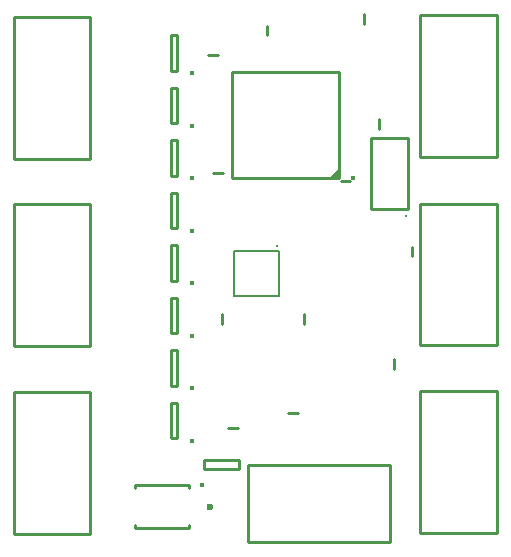
<source format=gbr>
G04 DipTrace Beta 2.3.9.1*
%INTopSilk.gbr*%
%MOMM*%
%ADD10C,0.25*%
%ADD17O,0.6X0.6*%
%ADD25O,0.392X0.391*%
%ADD27C,0.399*%
%ADD31C,0.15*%
%ADD32O,0.295X0.295*%
%ADD35O,0.318X0.317*%
%FSLAX53Y53*%
G04*
G71*
G90*
G75*
G01*
%LNTopSilk*%
%LPD*%
X31269Y53898D2*
D10*
Y53098D1*
X26745Y41429D2*
X27545D1*
X27125Y51381D2*
X26325D1*
X28815Y19846D2*
X28015D1*
X37540Y40794D2*
X38340D1*
X33895Y21116D2*
X33095D1*
X42071Y24840D2*
Y25640D1*
X27466Y28650D2*
Y29450D1*
X34444D2*
Y28650D1*
X39524Y54850D2*
Y54050D1*
X43549Y35165D2*
Y34365D1*
X40801Y45160D2*
Y45960D1*
X24655Y11375D2*
X20155D1*
X24655Y14975D2*
X20155D1*
Y11375D2*
Y11625D1*
X24655Y11375D2*
Y11625D1*
X20155Y14725D2*
Y14975D1*
X24655Y14725D2*
Y14975D1*
D17*
X26480Y13175D3*
X44290Y54827D2*
D10*
X50790D1*
Y42827D1*
X44290D1*
Y54827D1*
X16350Y26768D2*
X9850D1*
Y38768D1*
X16350D1*
Y26768D1*
X44290Y38832D2*
X50790D1*
Y26832D1*
X44290D1*
Y38832D1*
X16350Y42643D2*
X9850D1*
Y54643D1*
X16350D1*
Y42643D1*
X44290Y22957D2*
X50790D1*
Y10957D1*
X44290D1*
Y22957D1*
X16350Y10893D2*
X9850D1*
Y22893D1*
X16350D1*
Y10893D1*
X41690Y16667D2*
X29690D1*
Y10167D1*
X41690D1*
Y16667D1*
D25*
X24979Y36521D3*
X23705Y36755D2*
D10*
Y39755D1*
X23205D1*
Y36755D1*
X23705D1*
D25*
X24979Y32076D3*
X23705Y32310D2*
D10*
Y35310D1*
X23205D1*
Y32310D1*
X23705D1*
D25*
X24979Y27631D3*
X23705Y27865D2*
D10*
Y30865D1*
X23205D1*
Y27865D1*
X23705D1*
D25*
X24979Y23186D3*
X23705Y23420D2*
D10*
Y26420D1*
X23205D1*
Y23420D1*
X23705D1*
D25*
X24979Y18741D3*
X23705Y18975D2*
D10*
Y21975D1*
X23205D1*
Y18975D1*
X23705D1*
D25*
X24979Y40966D3*
X23705Y41200D2*
D10*
Y44200D1*
X23205D1*
Y41200D1*
X23705D1*
D25*
X24979Y45411D3*
X23705Y45645D2*
D10*
Y48645D1*
X23205D1*
Y45645D1*
X23705D1*
D25*
X24979Y49856D3*
X23705Y50090D2*
D10*
Y53090D1*
X23205D1*
Y50090D1*
X23705D1*
X37376Y40999D2*
X28374D1*
Y50001D1*
X37376D1*
Y40999D1*
G36*
D2*
Y41800D1*
X36575Y40999D1*
X37376D1*
G37*
D27*
X38575Y41049D3*
D25*
X25826Y14975D3*
X25960Y16348D2*
D10*
X28960D1*
X25960Y17148D2*
X28960D1*
Y16348D2*
Y17148D1*
X25960Y16348D2*
Y17148D1*
X32320Y34785D2*
D31*
X28510D1*
Y30975D1*
X32320D1*
Y34785D1*
D32*
X32150Y35250D3*
X40100Y38410D2*
D10*
X43260D1*
Y44410D1*
X40100D1*
Y38410D1*
D35*
X43109Y37759D3*
M02*

</source>
